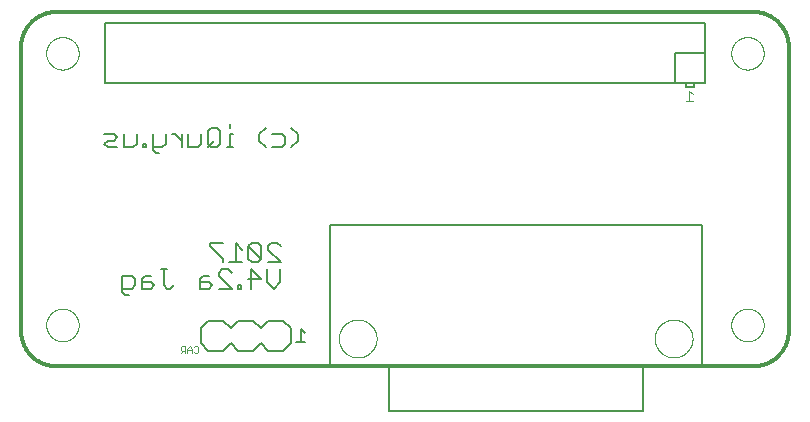
<source format=gbo>
G75*
%MOIN*%
%OFA0B0*%
%FSLAX25Y25*%
%IPPOS*%
%LPD*%
%AMOC8*
5,1,8,0,0,1.08239X$1,22.5*
%
%ADD10C,0.00600*%
%ADD11C,0.01200*%
%ADD12C,0.00500*%
%ADD13C,0.00200*%
%ADD14C,0.00000*%
%ADD15C,0.00400*%
D10*
X0063690Y0032987D02*
X0063690Y0037987D01*
X0066190Y0040487D01*
X0071190Y0040487D01*
X0073690Y0037987D01*
X0076190Y0040487D01*
X0081190Y0040487D01*
X0083690Y0037987D01*
X0086190Y0040487D01*
X0091190Y0040487D01*
X0093690Y0037987D01*
X0093690Y0032987D01*
X0091190Y0030487D01*
X0086190Y0030487D01*
X0083690Y0032987D01*
X0081190Y0030487D01*
X0076190Y0030487D01*
X0073690Y0032987D01*
X0071190Y0030487D01*
X0066190Y0030487D01*
X0063690Y0032987D01*
X0039606Y0048987D02*
X0038539Y0048987D01*
X0037471Y0050054D01*
X0037471Y0055392D01*
X0040674Y0055392D01*
X0041741Y0054324D01*
X0041741Y0052189D01*
X0040674Y0051122D01*
X0037471Y0051122D01*
X0043917Y0051122D02*
X0043917Y0054324D01*
X0044984Y0055392D01*
X0047119Y0055392D01*
X0047119Y0053257D02*
X0043917Y0053257D01*
X0047119Y0053257D02*
X0048187Y0052189D01*
X0047119Y0051122D01*
X0043917Y0051122D01*
X0051430Y0052189D02*
X0052497Y0051122D01*
X0053565Y0051122D01*
X0054632Y0052189D01*
X0051430Y0052189D02*
X0051430Y0057527D01*
X0052497Y0057527D02*
X0050362Y0057527D01*
X0063253Y0054324D02*
X0063253Y0051122D01*
X0066456Y0051122D01*
X0067523Y0052189D01*
X0066456Y0053257D01*
X0063253Y0053257D01*
X0063253Y0054324D02*
X0064321Y0055392D01*
X0066456Y0055392D01*
X0069699Y0055392D02*
X0069699Y0056460D01*
X0070766Y0057527D01*
X0072901Y0057527D01*
X0073969Y0056460D01*
X0069699Y0055392D02*
X0073969Y0051122D01*
X0069699Y0051122D01*
X0076124Y0051122D02*
X0077192Y0051122D01*
X0077192Y0052189D01*
X0076124Y0052189D01*
X0076124Y0051122D01*
X0080434Y0051122D02*
X0080434Y0057527D01*
X0083637Y0054324D01*
X0079367Y0054324D01*
X0085812Y0053257D02*
X0085812Y0057527D01*
X0086004Y0059870D02*
X0090274Y0059870D01*
X0086004Y0064140D01*
X0086004Y0065208D01*
X0087071Y0066275D01*
X0089207Y0066275D01*
X0090274Y0065208D01*
X0083829Y0065208D02*
X0082761Y0066275D01*
X0080626Y0066275D01*
X0079558Y0065208D01*
X0083829Y0060937D01*
X0082761Y0059870D01*
X0080626Y0059870D01*
X0079558Y0060937D01*
X0079558Y0065208D01*
X0077383Y0064140D02*
X0075248Y0066275D01*
X0075248Y0059870D01*
X0077383Y0059870D02*
X0073113Y0059870D01*
X0070938Y0059870D02*
X0070938Y0060937D01*
X0066667Y0065208D01*
X0066667Y0066275D01*
X0070938Y0066275D01*
X0083829Y0065208D02*
X0083829Y0060937D01*
X0090083Y0057527D02*
X0090083Y0053257D01*
X0087948Y0051122D01*
X0085812Y0053257D01*
X0049809Y0096231D02*
X0048741Y0096231D01*
X0047674Y0097298D01*
X0047674Y0102636D01*
X0051944Y0102636D02*
X0051944Y0099433D01*
X0050876Y0098366D01*
X0047674Y0098366D01*
X0045498Y0098366D02*
X0045498Y0099433D01*
X0044431Y0099433D01*
X0044431Y0098366D01*
X0045498Y0098366D01*
X0042276Y0099433D02*
X0041208Y0098366D01*
X0038005Y0098366D01*
X0038005Y0102636D01*
X0035830Y0101569D02*
X0034763Y0102636D01*
X0031560Y0102636D01*
X0032627Y0100501D02*
X0034763Y0100501D01*
X0035830Y0101569D01*
X0032627Y0100501D02*
X0031560Y0099433D01*
X0032627Y0098366D01*
X0035830Y0098366D01*
X0042276Y0099433D02*
X0042276Y0102636D01*
X0054112Y0102636D02*
X0055180Y0102636D01*
X0057315Y0100501D01*
X0057315Y0098366D02*
X0057315Y0102636D01*
X0059490Y0102636D02*
X0059490Y0098366D01*
X0062693Y0098366D01*
X0063761Y0099433D01*
X0063761Y0102636D01*
X0065936Y0103704D02*
X0065936Y0099433D01*
X0067003Y0098366D01*
X0069139Y0098366D01*
X0070206Y0099433D01*
X0070206Y0103704D01*
X0069139Y0104771D01*
X0067003Y0104771D01*
X0065936Y0103704D01*
X0068071Y0100501D02*
X0065936Y0098366D01*
X0072368Y0098366D02*
X0074503Y0098366D01*
X0073436Y0098366D02*
X0073436Y0102636D01*
X0074503Y0102636D01*
X0073436Y0104771D02*
X0073436Y0105839D01*
X0083111Y0102636D02*
X0083111Y0100501D01*
X0085246Y0098366D01*
X0087421Y0098366D02*
X0090624Y0098366D01*
X0091691Y0099433D01*
X0091691Y0101569D01*
X0090624Y0102636D01*
X0087421Y0102636D01*
X0085246Y0104771D02*
X0083111Y0102636D01*
X0093853Y0104771D02*
X0095988Y0102636D01*
X0095988Y0100501D01*
X0093853Y0098366D01*
D11*
X0015580Y0025231D02*
X0247863Y0025231D01*
X0248148Y0025234D01*
X0248434Y0025245D01*
X0248719Y0025262D01*
X0249003Y0025286D01*
X0249287Y0025317D01*
X0249570Y0025355D01*
X0249851Y0025400D01*
X0250132Y0025451D01*
X0250412Y0025509D01*
X0250690Y0025574D01*
X0250966Y0025646D01*
X0251240Y0025724D01*
X0251513Y0025809D01*
X0251783Y0025901D01*
X0252051Y0025999D01*
X0252317Y0026103D01*
X0252580Y0026214D01*
X0252840Y0026331D01*
X0253098Y0026454D01*
X0253352Y0026584D01*
X0253603Y0026720D01*
X0253851Y0026861D01*
X0254095Y0027009D01*
X0254336Y0027162D01*
X0254572Y0027322D01*
X0254805Y0027487D01*
X0255034Y0027657D01*
X0255259Y0027833D01*
X0255479Y0028015D01*
X0255695Y0028201D01*
X0255906Y0028393D01*
X0256113Y0028590D01*
X0256315Y0028792D01*
X0256512Y0028999D01*
X0256704Y0029210D01*
X0256890Y0029426D01*
X0257072Y0029646D01*
X0257248Y0029871D01*
X0257418Y0030100D01*
X0257583Y0030333D01*
X0257743Y0030569D01*
X0257896Y0030810D01*
X0258044Y0031054D01*
X0258185Y0031302D01*
X0258321Y0031553D01*
X0258451Y0031807D01*
X0258574Y0032065D01*
X0258691Y0032325D01*
X0258802Y0032588D01*
X0258906Y0032854D01*
X0259004Y0033122D01*
X0259096Y0033392D01*
X0259181Y0033665D01*
X0259259Y0033939D01*
X0259331Y0034215D01*
X0259396Y0034493D01*
X0259454Y0034773D01*
X0259505Y0035054D01*
X0259550Y0035335D01*
X0259588Y0035618D01*
X0259619Y0035902D01*
X0259643Y0036186D01*
X0259660Y0036471D01*
X0259671Y0036757D01*
X0259674Y0037042D01*
X0259674Y0131530D01*
X0259671Y0131815D01*
X0259660Y0132101D01*
X0259643Y0132386D01*
X0259619Y0132670D01*
X0259588Y0132954D01*
X0259550Y0133237D01*
X0259505Y0133518D01*
X0259454Y0133799D01*
X0259396Y0134079D01*
X0259331Y0134357D01*
X0259259Y0134633D01*
X0259181Y0134907D01*
X0259096Y0135180D01*
X0259004Y0135450D01*
X0258906Y0135718D01*
X0258802Y0135984D01*
X0258691Y0136247D01*
X0258574Y0136507D01*
X0258451Y0136765D01*
X0258321Y0137019D01*
X0258185Y0137270D01*
X0258044Y0137518D01*
X0257896Y0137762D01*
X0257743Y0138003D01*
X0257583Y0138239D01*
X0257418Y0138472D01*
X0257248Y0138701D01*
X0257072Y0138926D01*
X0256890Y0139146D01*
X0256704Y0139362D01*
X0256512Y0139573D01*
X0256315Y0139780D01*
X0256113Y0139982D01*
X0255906Y0140179D01*
X0255695Y0140371D01*
X0255479Y0140557D01*
X0255259Y0140739D01*
X0255034Y0140915D01*
X0254805Y0141085D01*
X0254572Y0141250D01*
X0254336Y0141410D01*
X0254095Y0141563D01*
X0253851Y0141711D01*
X0253603Y0141852D01*
X0253352Y0141988D01*
X0253098Y0142118D01*
X0252840Y0142241D01*
X0252580Y0142358D01*
X0252317Y0142469D01*
X0252051Y0142573D01*
X0251783Y0142671D01*
X0251513Y0142763D01*
X0251240Y0142848D01*
X0250966Y0142926D01*
X0250690Y0142998D01*
X0250412Y0143063D01*
X0250132Y0143121D01*
X0249851Y0143172D01*
X0249570Y0143217D01*
X0249287Y0143255D01*
X0249003Y0143286D01*
X0248719Y0143310D01*
X0248434Y0143327D01*
X0248148Y0143338D01*
X0247863Y0143341D01*
X0015580Y0143341D01*
X0015295Y0143338D01*
X0015009Y0143327D01*
X0014724Y0143310D01*
X0014440Y0143286D01*
X0014156Y0143255D01*
X0013873Y0143217D01*
X0013592Y0143172D01*
X0013311Y0143121D01*
X0013031Y0143063D01*
X0012753Y0142998D01*
X0012477Y0142926D01*
X0012203Y0142848D01*
X0011930Y0142763D01*
X0011660Y0142671D01*
X0011392Y0142573D01*
X0011126Y0142469D01*
X0010863Y0142358D01*
X0010603Y0142241D01*
X0010345Y0142118D01*
X0010091Y0141988D01*
X0009840Y0141852D01*
X0009592Y0141711D01*
X0009348Y0141563D01*
X0009107Y0141410D01*
X0008871Y0141250D01*
X0008638Y0141085D01*
X0008409Y0140915D01*
X0008184Y0140739D01*
X0007964Y0140557D01*
X0007748Y0140371D01*
X0007537Y0140179D01*
X0007330Y0139982D01*
X0007128Y0139780D01*
X0006931Y0139573D01*
X0006739Y0139362D01*
X0006553Y0139146D01*
X0006371Y0138926D01*
X0006195Y0138701D01*
X0006025Y0138472D01*
X0005860Y0138239D01*
X0005700Y0138003D01*
X0005547Y0137762D01*
X0005399Y0137518D01*
X0005258Y0137270D01*
X0005122Y0137019D01*
X0004992Y0136765D01*
X0004869Y0136507D01*
X0004752Y0136247D01*
X0004641Y0135984D01*
X0004537Y0135718D01*
X0004439Y0135450D01*
X0004347Y0135180D01*
X0004262Y0134907D01*
X0004184Y0134633D01*
X0004112Y0134357D01*
X0004047Y0134079D01*
X0003989Y0133799D01*
X0003938Y0133518D01*
X0003893Y0133237D01*
X0003855Y0132954D01*
X0003824Y0132670D01*
X0003800Y0132386D01*
X0003783Y0132101D01*
X0003772Y0131815D01*
X0003769Y0131530D01*
X0003769Y0037042D01*
X0003772Y0036757D01*
X0003783Y0036471D01*
X0003800Y0036186D01*
X0003824Y0035902D01*
X0003855Y0035618D01*
X0003893Y0035335D01*
X0003938Y0035054D01*
X0003989Y0034773D01*
X0004047Y0034493D01*
X0004112Y0034215D01*
X0004184Y0033939D01*
X0004262Y0033665D01*
X0004347Y0033392D01*
X0004439Y0033122D01*
X0004537Y0032854D01*
X0004641Y0032588D01*
X0004752Y0032325D01*
X0004869Y0032065D01*
X0004992Y0031807D01*
X0005122Y0031553D01*
X0005258Y0031302D01*
X0005399Y0031054D01*
X0005547Y0030810D01*
X0005700Y0030569D01*
X0005860Y0030333D01*
X0006025Y0030100D01*
X0006195Y0029871D01*
X0006371Y0029646D01*
X0006553Y0029426D01*
X0006739Y0029210D01*
X0006931Y0028999D01*
X0007128Y0028792D01*
X0007330Y0028590D01*
X0007537Y0028393D01*
X0007748Y0028201D01*
X0007964Y0028015D01*
X0008184Y0027833D01*
X0008409Y0027657D01*
X0008638Y0027487D01*
X0008871Y0027322D01*
X0009107Y0027162D01*
X0009348Y0027009D01*
X0009592Y0026861D01*
X0009840Y0026720D01*
X0010091Y0026584D01*
X0010345Y0026454D01*
X0010603Y0026331D01*
X0010863Y0026214D01*
X0011126Y0026103D01*
X0011392Y0025999D01*
X0011660Y0025901D01*
X0011930Y0025809D01*
X0012203Y0025724D01*
X0012477Y0025646D01*
X0012753Y0025574D01*
X0013031Y0025509D01*
X0013311Y0025451D01*
X0013592Y0025400D01*
X0013873Y0025355D01*
X0014156Y0025317D01*
X0014440Y0025286D01*
X0014724Y0025262D01*
X0015009Y0025245D01*
X0015295Y0025234D01*
X0015580Y0025231D01*
D12*
X0095437Y0033237D02*
X0098440Y0033237D01*
X0096938Y0033237D02*
X0096938Y0037741D01*
X0098440Y0036240D01*
X0106721Y0025231D02*
X0126406Y0025231D01*
X0126406Y0010271D01*
X0211052Y0010271D01*
X0211052Y0025231D01*
X0230737Y0025231D01*
X0230737Y0072475D01*
X0106721Y0072475D01*
X0106721Y0025231D01*
X0031721Y0119562D02*
X0031721Y0139562D01*
X0231721Y0139562D01*
X0231721Y0129562D01*
X0221721Y0129562D01*
X0221721Y0119562D01*
X0031721Y0119562D01*
X0221721Y0119562D02*
X0225471Y0119562D01*
X0225471Y0118312D01*
X0227971Y0118312D01*
X0227971Y0119562D01*
X0225471Y0119562D01*
X0227971Y0119562D02*
X0231721Y0119562D01*
X0231721Y0129562D01*
D13*
X0062881Y0031520D02*
X0062881Y0030053D01*
X0062514Y0029686D01*
X0061780Y0029686D01*
X0061413Y0030053D01*
X0060671Y0029686D02*
X0060671Y0031153D01*
X0059937Y0031887D01*
X0059203Y0031153D01*
X0059203Y0029686D01*
X0058461Y0029686D02*
X0058461Y0031887D01*
X0057360Y0031887D01*
X0056993Y0031520D01*
X0056993Y0030786D01*
X0057360Y0030419D01*
X0058461Y0030419D01*
X0057727Y0030419D02*
X0056993Y0029686D01*
X0059203Y0030786D02*
X0060671Y0030786D01*
X0061413Y0031520D02*
X0061780Y0031887D01*
X0062514Y0031887D01*
X0062881Y0031520D01*
D14*
X0012135Y0039011D02*
X0012137Y0039158D01*
X0012143Y0039304D01*
X0012153Y0039450D01*
X0012167Y0039596D01*
X0012185Y0039742D01*
X0012206Y0039887D01*
X0012232Y0040031D01*
X0012262Y0040175D01*
X0012295Y0040317D01*
X0012332Y0040459D01*
X0012373Y0040600D01*
X0012418Y0040739D01*
X0012467Y0040878D01*
X0012519Y0041015D01*
X0012576Y0041150D01*
X0012635Y0041284D01*
X0012699Y0041416D01*
X0012766Y0041546D01*
X0012836Y0041675D01*
X0012910Y0041802D01*
X0012987Y0041926D01*
X0013068Y0042049D01*
X0013152Y0042169D01*
X0013239Y0042287D01*
X0013329Y0042402D01*
X0013422Y0042515D01*
X0013519Y0042626D01*
X0013618Y0042734D01*
X0013720Y0042839D01*
X0013825Y0042941D01*
X0013933Y0043040D01*
X0014044Y0043137D01*
X0014157Y0043230D01*
X0014272Y0043320D01*
X0014390Y0043407D01*
X0014510Y0043491D01*
X0014633Y0043572D01*
X0014757Y0043649D01*
X0014884Y0043723D01*
X0015013Y0043793D01*
X0015143Y0043860D01*
X0015275Y0043924D01*
X0015409Y0043983D01*
X0015544Y0044040D01*
X0015681Y0044092D01*
X0015820Y0044141D01*
X0015959Y0044186D01*
X0016100Y0044227D01*
X0016242Y0044264D01*
X0016384Y0044297D01*
X0016528Y0044327D01*
X0016672Y0044353D01*
X0016817Y0044374D01*
X0016963Y0044392D01*
X0017109Y0044406D01*
X0017255Y0044416D01*
X0017401Y0044422D01*
X0017548Y0044424D01*
X0017695Y0044422D01*
X0017841Y0044416D01*
X0017987Y0044406D01*
X0018133Y0044392D01*
X0018279Y0044374D01*
X0018424Y0044353D01*
X0018568Y0044327D01*
X0018712Y0044297D01*
X0018854Y0044264D01*
X0018996Y0044227D01*
X0019137Y0044186D01*
X0019276Y0044141D01*
X0019415Y0044092D01*
X0019552Y0044040D01*
X0019687Y0043983D01*
X0019821Y0043924D01*
X0019953Y0043860D01*
X0020083Y0043793D01*
X0020212Y0043723D01*
X0020339Y0043649D01*
X0020463Y0043572D01*
X0020586Y0043491D01*
X0020706Y0043407D01*
X0020824Y0043320D01*
X0020939Y0043230D01*
X0021052Y0043137D01*
X0021163Y0043040D01*
X0021271Y0042941D01*
X0021376Y0042839D01*
X0021478Y0042734D01*
X0021577Y0042626D01*
X0021674Y0042515D01*
X0021767Y0042402D01*
X0021857Y0042287D01*
X0021944Y0042169D01*
X0022028Y0042049D01*
X0022109Y0041926D01*
X0022186Y0041802D01*
X0022260Y0041675D01*
X0022330Y0041546D01*
X0022397Y0041416D01*
X0022461Y0041284D01*
X0022520Y0041150D01*
X0022577Y0041015D01*
X0022629Y0040878D01*
X0022678Y0040739D01*
X0022723Y0040600D01*
X0022764Y0040459D01*
X0022801Y0040317D01*
X0022834Y0040175D01*
X0022864Y0040031D01*
X0022890Y0039887D01*
X0022911Y0039742D01*
X0022929Y0039596D01*
X0022943Y0039450D01*
X0022953Y0039304D01*
X0022959Y0039158D01*
X0022961Y0039011D01*
X0022959Y0038864D01*
X0022953Y0038718D01*
X0022943Y0038572D01*
X0022929Y0038426D01*
X0022911Y0038280D01*
X0022890Y0038135D01*
X0022864Y0037991D01*
X0022834Y0037847D01*
X0022801Y0037705D01*
X0022764Y0037563D01*
X0022723Y0037422D01*
X0022678Y0037283D01*
X0022629Y0037144D01*
X0022577Y0037007D01*
X0022520Y0036872D01*
X0022461Y0036738D01*
X0022397Y0036606D01*
X0022330Y0036476D01*
X0022260Y0036347D01*
X0022186Y0036220D01*
X0022109Y0036096D01*
X0022028Y0035973D01*
X0021944Y0035853D01*
X0021857Y0035735D01*
X0021767Y0035620D01*
X0021674Y0035507D01*
X0021577Y0035396D01*
X0021478Y0035288D01*
X0021376Y0035183D01*
X0021271Y0035081D01*
X0021163Y0034982D01*
X0021052Y0034885D01*
X0020939Y0034792D01*
X0020824Y0034702D01*
X0020706Y0034615D01*
X0020586Y0034531D01*
X0020463Y0034450D01*
X0020339Y0034373D01*
X0020212Y0034299D01*
X0020083Y0034229D01*
X0019953Y0034162D01*
X0019821Y0034098D01*
X0019687Y0034039D01*
X0019552Y0033982D01*
X0019415Y0033930D01*
X0019276Y0033881D01*
X0019137Y0033836D01*
X0018996Y0033795D01*
X0018854Y0033758D01*
X0018712Y0033725D01*
X0018568Y0033695D01*
X0018424Y0033669D01*
X0018279Y0033648D01*
X0018133Y0033630D01*
X0017987Y0033616D01*
X0017841Y0033606D01*
X0017695Y0033600D01*
X0017548Y0033598D01*
X0017401Y0033600D01*
X0017255Y0033606D01*
X0017109Y0033616D01*
X0016963Y0033630D01*
X0016817Y0033648D01*
X0016672Y0033669D01*
X0016528Y0033695D01*
X0016384Y0033725D01*
X0016242Y0033758D01*
X0016100Y0033795D01*
X0015959Y0033836D01*
X0015820Y0033881D01*
X0015681Y0033930D01*
X0015544Y0033982D01*
X0015409Y0034039D01*
X0015275Y0034098D01*
X0015143Y0034162D01*
X0015013Y0034229D01*
X0014884Y0034299D01*
X0014757Y0034373D01*
X0014633Y0034450D01*
X0014510Y0034531D01*
X0014390Y0034615D01*
X0014272Y0034702D01*
X0014157Y0034792D01*
X0014044Y0034885D01*
X0013933Y0034982D01*
X0013825Y0035081D01*
X0013720Y0035183D01*
X0013618Y0035288D01*
X0013519Y0035396D01*
X0013422Y0035507D01*
X0013329Y0035620D01*
X0013239Y0035735D01*
X0013152Y0035853D01*
X0013068Y0035973D01*
X0012987Y0036096D01*
X0012910Y0036220D01*
X0012836Y0036347D01*
X0012766Y0036476D01*
X0012699Y0036606D01*
X0012635Y0036738D01*
X0012576Y0036872D01*
X0012519Y0037007D01*
X0012467Y0037144D01*
X0012418Y0037283D01*
X0012373Y0037422D01*
X0012332Y0037563D01*
X0012295Y0037705D01*
X0012262Y0037847D01*
X0012232Y0037991D01*
X0012206Y0038135D01*
X0012185Y0038280D01*
X0012167Y0038426D01*
X0012153Y0038572D01*
X0012143Y0038718D01*
X0012137Y0038864D01*
X0012135Y0039011D01*
X0109674Y0034483D02*
X0109676Y0034641D01*
X0109682Y0034799D01*
X0109692Y0034957D01*
X0109706Y0035115D01*
X0109724Y0035272D01*
X0109745Y0035429D01*
X0109771Y0035585D01*
X0109801Y0035741D01*
X0109834Y0035896D01*
X0109872Y0036049D01*
X0109913Y0036202D01*
X0109958Y0036354D01*
X0110007Y0036505D01*
X0110060Y0036654D01*
X0110116Y0036802D01*
X0110176Y0036948D01*
X0110240Y0037093D01*
X0110308Y0037236D01*
X0110379Y0037378D01*
X0110453Y0037518D01*
X0110531Y0037655D01*
X0110613Y0037791D01*
X0110697Y0037925D01*
X0110786Y0038056D01*
X0110877Y0038185D01*
X0110972Y0038312D01*
X0111069Y0038437D01*
X0111170Y0038559D01*
X0111274Y0038678D01*
X0111381Y0038795D01*
X0111491Y0038909D01*
X0111604Y0039020D01*
X0111719Y0039129D01*
X0111837Y0039234D01*
X0111958Y0039336D01*
X0112081Y0039436D01*
X0112207Y0039532D01*
X0112335Y0039625D01*
X0112465Y0039715D01*
X0112598Y0039801D01*
X0112733Y0039885D01*
X0112869Y0039964D01*
X0113008Y0040041D01*
X0113149Y0040113D01*
X0113291Y0040183D01*
X0113435Y0040248D01*
X0113581Y0040310D01*
X0113728Y0040368D01*
X0113877Y0040423D01*
X0114027Y0040474D01*
X0114178Y0040521D01*
X0114330Y0040564D01*
X0114483Y0040603D01*
X0114638Y0040639D01*
X0114793Y0040670D01*
X0114949Y0040698D01*
X0115105Y0040722D01*
X0115262Y0040742D01*
X0115420Y0040758D01*
X0115577Y0040770D01*
X0115736Y0040778D01*
X0115894Y0040782D01*
X0116052Y0040782D01*
X0116210Y0040778D01*
X0116369Y0040770D01*
X0116526Y0040758D01*
X0116684Y0040742D01*
X0116841Y0040722D01*
X0116997Y0040698D01*
X0117153Y0040670D01*
X0117308Y0040639D01*
X0117463Y0040603D01*
X0117616Y0040564D01*
X0117768Y0040521D01*
X0117919Y0040474D01*
X0118069Y0040423D01*
X0118218Y0040368D01*
X0118365Y0040310D01*
X0118511Y0040248D01*
X0118655Y0040183D01*
X0118797Y0040113D01*
X0118938Y0040041D01*
X0119077Y0039964D01*
X0119213Y0039885D01*
X0119348Y0039801D01*
X0119481Y0039715D01*
X0119611Y0039625D01*
X0119739Y0039532D01*
X0119865Y0039436D01*
X0119988Y0039336D01*
X0120109Y0039234D01*
X0120227Y0039129D01*
X0120342Y0039020D01*
X0120455Y0038909D01*
X0120565Y0038795D01*
X0120672Y0038678D01*
X0120776Y0038559D01*
X0120877Y0038437D01*
X0120974Y0038312D01*
X0121069Y0038185D01*
X0121160Y0038056D01*
X0121249Y0037925D01*
X0121333Y0037791D01*
X0121415Y0037655D01*
X0121493Y0037518D01*
X0121567Y0037378D01*
X0121638Y0037236D01*
X0121706Y0037093D01*
X0121770Y0036948D01*
X0121830Y0036802D01*
X0121886Y0036654D01*
X0121939Y0036505D01*
X0121988Y0036354D01*
X0122033Y0036202D01*
X0122074Y0036049D01*
X0122112Y0035896D01*
X0122145Y0035741D01*
X0122175Y0035585D01*
X0122201Y0035429D01*
X0122222Y0035272D01*
X0122240Y0035115D01*
X0122254Y0034957D01*
X0122264Y0034799D01*
X0122270Y0034641D01*
X0122272Y0034483D01*
X0122270Y0034325D01*
X0122264Y0034167D01*
X0122254Y0034009D01*
X0122240Y0033851D01*
X0122222Y0033694D01*
X0122201Y0033537D01*
X0122175Y0033381D01*
X0122145Y0033225D01*
X0122112Y0033070D01*
X0122074Y0032917D01*
X0122033Y0032764D01*
X0121988Y0032612D01*
X0121939Y0032461D01*
X0121886Y0032312D01*
X0121830Y0032164D01*
X0121770Y0032018D01*
X0121706Y0031873D01*
X0121638Y0031730D01*
X0121567Y0031588D01*
X0121493Y0031448D01*
X0121415Y0031311D01*
X0121333Y0031175D01*
X0121249Y0031041D01*
X0121160Y0030910D01*
X0121069Y0030781D01*
X0120974Y0030654D01*
X0120877Y0030529D01*
X0120776Y0030407D01*
X0120672Y0030288D01*
X0120565Y0030171D01*
X0120455Y0030057D01*
X0120342Y0029946D01*
X0120227Y0029837D01*
X0120109Y0029732D01*
X0119988Y0029630D01*
X0119865Y0029530D01*
X0119739Y0029434D01*
X0119611Y0029341D01*
X0119481Y0029251D01*
X0119348Y0029165D01*
X0119213Y0029081D01*
X0119077Y0029002D01*
X0118938Y0028925D01*
X0118797Y0028853D01*
X0118655Y0028783D01*
X0118511Y0028718D01*
X0118365Y0028656D01*
X0118218Y0028598D01*
X0118069Y0028543D01*
X0117919Y0028492D01*
X0117768Y0028445D01*
X0117616Y0028402D01*
X0117463Y0028363D01*
X0117308Y0028327D01*
X0117153Y0028296D01*
X0116997Y0028268D01*
X0116841Y0028244D01*
X0116684Y0028224D01*
X0116526Y0028208D01*
X0116369Y0028196D01*
X0116210Y0028188D01*
X0116052Y0028184D01*
X0115894Y0028184D01*
X0115736Y0028188D01*
X0115577Y0028196D01*
X0115420Y0028208D01*
X0115262Y0028224D01*
X0115105Y0028244D01*
X0114949Y0028268D01*
X0114793Y0028296D01*
X0114638Y0028327D01*
X0114483Y0028363D01*
X0114330Y0028402D01*
X0114178Y0028445D01*
X0114027Y0028492D01*
X0113877Y0028543D01*
X0113728Y0028598D01*
X0113581Y0028656D01*
X0113435Y0028718D01*
X0113291Y0028783D01*
X0113149Y0028853D01*
X0113008Y0028925D01*
X0112869Y0029002D01*
X0112733Y0029081D01*
X0112598Y0029165D01*
X0112465Y0029251D01*
X0112335Y0029341D01*
X0112207Y0029434D01*
X0112081Y0029530D01*
X0111958Y0029630D01*
X0111837Y0029732D01*
X0111719Y0029837D01*
X0111604Y0029946D01*
X0111491Y0030057D01*
X0111381Y0030171D01*
X0111274Y0030288D01*
X0111170Y0030407D01*
X0111069Y0030529D01*
X0110972Y0030654D01*
X0110877Y0030781D01*
X0110786Y0030910D01*
X0110697Y0031041D01*
X0110613Y0031175D01*
X0110531Y0031311D01*
X0110453Y0031448D01*
X0110379Y0031588D01*
X0110308Y0031730D01*
X0110240Y0031873D01*
X0110176Y0032018D01*
X0110116Y0032164D01*
X0110060Y0032312D01*
X0110007Y0032461D01*
X0109958Y0032612D01*
X0109913Y0032764D01*
X0109872Y0032917D01*
X0109834Y0033070D01*
X0109801Y0033225D01*
X0109771Y0033381D01*
X0109745Y0033537D01*
X0109724Y0033694D01*
X0109706Y0033851D01*
X0109692Y0034009D01*
X0109682Y0034167D01*
X0109676Y0034325D01*
X0109674Y0034483D01*
X0214989Y0034483D02*
X0214991Y0034641D01*
X0214997Y0034799D01*
X0215007Y0034957D01*
X0215021Y0035115D01*
X0215039Y0035272D01*
X0215060Y0035429D01*
X0215086Y0035585D01*
X0215116Y0035741D01*
X0215149Y0035896D01*
X0215187Y0036049D01*
X0215228Y0036202D01*
X0215273Y0036354D01*
X0215322Y0036505D01*
X0215375Y0036654D01*
X0215431Y0036802D01*
X0215491Y0036948D01*
X0215555Y0037093D01*
X0215623Y0037236D01*
X0215694Y0037378D01*
X0215768Y0037518D01*
X0215846Y0037655D01*
X0215928Y0037791D01*
X0216012Y0037925D01*
X0216101Y0038056D01*
X0216192Y0038185D01*
X0216287Y0038312D01*
X0216384Y0038437D01*
X0216485Y0038559D01*
X0216589Y0038678D01*
X0216696Y0038795D01*
X0216806Y0038909D01*
X0216919Y0039020D01*
X0217034Y0039129D01*
X0217152Y0039234D01*
X0217273Y0039336D01*
X0217396Y0039436D01*
X0217522Y0039532D01*
X0217650Y0039625D01*
X0217780Y0039715D01*
X0217913Y0039801D01*
X0218048Y0039885D01*
X0218184Y0039964D01*
X0218323Y0040041D01*
X0218464Y0040113D01*
X0218606Y0040183D01*
X0218750Y0040248D01*
X0218896Y0040310D01*
X0219043Y0040368D01*
X0219192Y0040423D01*
X0219342Y0040474D01*
X0219493Y0040521D01*
X0219645Y0040564D01*
X0219798Y0040603D01*
X0219953Y0040639D01*
X0220108Y0040670D01*
X0220264Y0040698D01*
X0220420Y0040722D01*
X0220577Y0040742D01*
X0220735Y0040758D01*
X0220892Y0040770D01*
X0221051Y0040778D01*
X0221209Y0040782D01*
X0221367Y0040782D01*
X0221525Y0040778D01*
X0221684Y0040770D01*
X0221841Y0040758D01*
X0221999Y0040742D01*
X0222156Y0040722D01*
X0222312Y0040698D01*
X0222468Y0040670D01*
X0222623Y0040639D01*
X0222778Y0040603D01*
X0222931Y0040564D01*
X0223083Y0040521D01*
X0223234Y0040474D01*
X0223384Y0040423D01*
X0223533Y0040368D01*
X0223680Y0040310D01*
X0223826Y0040248D01*
X0223970Y0040183D01*
X0224112Y0040113D01*
X0224253Y0040041D01*
X0224392Y0039964D01*
X0224528Y0039885D01*
X0224663Y0039801D01*
X0224796Y0039715D01*
X0224926Y0039625D01*
X0225054Y0039532D01*
X0225180Y0039436D01*
X0225303Y0039336D01*
X0225424Y0039234D01*
X0225542Y0039129D01*
X0225657Y0039020D01*
X0225770Y0038909D01*
X0225880Y0038795D01*
X0225987Y0038678D01*
X0226091Y0038559D01*
X0226192Y0038437D01*
X0226289Y0038312D01*
X0226384Y0038185D01*
X0226475Y0038056D01*
X0226564Y0037925D01*
X0226648Y0037791D01*
X0226730Y0037655D01*
X0226808Y0037518D01*
X0226882Y0037378D01*
X0226953Y0037236D01*
X0227021Y0037093D01*
X0227085Y0036948D01*
X0227145Y0036802D01*
X0227201Y0036654D01*
X0227254Y0036505D01*
X0227303Y0036354D01*
X0227348Y0036202D01*
X0227389Y0036049D01*
X0227427Y0035896D01*
X0227460Y0035741D01*
X0227490Y0035585D01*
X0227516Y0035429D01*
X0227537Y0035272D01*
X0227555Y0035115D01*
X0227569Y0034957D01*
X0227579Y0034799D01*
X0227585Y0034641D01*
X0227587Y0034483D01*
X0227585Y0034325D01*
X0227579Y0034167D01*
X0227569Y0034009D01*
X0227555Y0033851D01*
X0227537Y0033694D01*
X0227516Y0033537D01*
X0227490Y0033381D01*
X0227460Y0033225D01*
X0227427Y0033070D01*
X0227389Y0032917D01*
X0227348Y0032764D01*
X0227303Y0032612D01*
X0227254Y0032461D01*
X0227201Y0032312D01*
X0227145Y0032164D01*
X0227085Y0032018D01*
X0227021Y0031873D01*
X0226953Y0031730D01*
X0226882Y0031588D01*
X0226808Y0031448D01*
X0226730Y0031311D01*
X0226648Y0031175D01*
X0226564Y0031041D01*
X0226475Y0030910D01*
X0226384Y0030781D01*
X0226289Y0030654D01*
X0226192Y0030529D01*
X0226091Y0030407D01*
X0225987Y0030288D01*
X0225880Y0030171D01*
X0225770Y0030057D01*
X0225657Y0029946D01*
X0225542Y0029837D01*
X0225424Y0029732D01*
X0225303Y0029630D01*
X0225180Y0029530D01*
X0225054Y0029434D01*
X0224926Y0029341D01*
X0224796Y0029251D01*
X0224663Y0029165D01*
X0224528Y0029081D01*
X0224392Y0029002D01*
X0224253Y0028925D01*
X0224112Y0028853D01*
X0223970Y0028783D01*
X0223826Y0028718D01*
X0223680Y0028656D01*
X0223533Y0028598D01*
X0223384Y0028543D01*
X0223234Y0028492D01*
X0223083Y0028445D01*
X0222931Y0028402D01*
X0222778Y0028363D01*
X0222623Y0028327D01*
X0222468Y0028296D01*
X0222312Y0028268D01*
X0222156Y0028244D01*
X0221999Y0028224D01*
X0221841Y0028208D01*
X0221684Y0028196D01*
X0221525Y0028188D01*
X0221367Y0028184D01*
X0221209Y0028184D01*
X0221051Y0028188D01*
X0220892Y0028196D01*
X0220735Y0028208D01*
X0220577Y0028224D01*
X0220420Y0028244D01*
X0220264Y0028268D01*
X0220108Y0028296D01*
X0219953Y0028327D01*
X0219798Y0028363D01*
X0219645Y0028402D01*
X0219493Y0028445D01*
X0219342Y0028492D01*
X0219192Y0028543D01*
X0219043Y0028598D01*
X0218896Y0028656D01*
X0218750Y0028718D01*
X0218606Y0028783D01*
X0218464Y0028853D01*
X0218323Y0028925D01*
X0218184Y0029002D01*
X0218048Y0029081D01*
X0217913Y0029165D01*
X0217780Y0029251D01*
X0217650Y0029341D01*
X0217522Y0029434D01*
X0217396Y0029530D01*
X0217273Y0029630D01*
X0217152Y0029732D01*
X0217034Y0029837D01*
X0216919Y0029946D01*
X0216806Y0030057D01*
X0216696Y0030171D01*
X0216589Y0030288D01*
X0216485Y0030407D01*
X0216384Y0030529D01*
X0216287Y0030654D01*
X0216192Y0030781D01*
X0216101Y0030910D01*
X0216012Y0031041D01*
X0215928Y0031175D01*
X0215846Y0031311D01*
X0215768Y0031448D01*
X0215694Y0031588D01*
X0215623Y0031730D01*
X0215555Y0031873D01*
X0215491Y0032018D01*
X0215431Y0032164D01*
X0215375Y0032312D01*
X0215322Y0032461D01*
X0215273Y0032612D01*
X0215228Y0032764D01*
X0215187Y0032917D01*
X0215149Y0033070D01*
X0215116Y0033225D01*
X0215086Y0033381D01*
X0215060Y0033537D01*
X0215039Y0033694D01*
X0215021Y0033851D01*
X0215007Y0034009D01*
X0214997Y0034167D01*
X0214991Y0034325D01*
X0214989Y0034483D01*
X0240481Y0039011D02*
X0240483Y0039158D01*
X0240489Y0039304D01*
X0240499Y0039450D01*
X0240513Y0039596D01*
X0240531Y0039742D01*
X0240552Y0039887D01*
X0240578Y0040031D01*
X0240608Y0040175D01*
X0240641Y0040317D01*
X0240678Y0040459D01*
X0240719Y0040600D01*
X0240764Y0040739D01*
X0240813Y0040878D01*
X0240865Y0041015D01*
X0240922Y0041150D01*
X0240981Y0041284D01*
X0241045Y0041416D01*
X0241112Y0041546D01*
X0241182Y0041675D01*
X0241256Y0041802D01*
X0241333Y0041926D01*
X0241414Y0042049D01*
X0241498Y0042169D01*
X0241585Y0042287D01*
X0241675Y0042402D01*
X0241768Y0042515D01*
X0241865Y0042626D01*
X0241964Y0042734D01*
X0242066Y0042839D01*
X0242171Y0042941D01*
X0242279Y0043040D01*
X0242390Y0043137D01*
X0242503Y0043230D01*
X0242618Y0043320D01*
X0242736Y0043407D01*
X0242856Y0043491D01*
X0242979Y0043572D01*
X0243103Y0043649D01*
X0243230Y0043723D01*
X0243359Y0043793D01*
X0243489Y0043860D01*
X0243621Y0043924D01*
X0243755Y0043983D01*
X0243890Y0044040D01*
X0244027Y0044092D01*
X0244166Y0044141D01*
X0244305Y0044186D01*
X0244446Y0044227D01*
X0244588Y0044264D01*
X0244730Y0044297D01*
X0244874Y0044327D01*
X0245018Y0044353D01*
X0245163Y0044374D01*
X0245309Y0044392D01*
X0245455Y0044406D01*
X0245601Y0044416D01*
X0245747Y0044422D01*
X0245894Y0044424D01*
X0246041Y0044422D01*
X0246187Y0044416D01*
X0246333Y0044406D01*
X0246479Y0044392D01*
X0246625Y0044374D01*
X0246770Y0044353D01*
X0246914Y0044327D01*
X0247058Y0044297D01*
X0247200Y0044264D01*
X0247342Y0044227D01*
X0247483Y0044186D01*
X0247622Y0044141D01*
X0247761Y0044092D01*
X0247898Y0044040D01*
X0248033Y0043983D01*
X0248167Y0043924D01*
X0248299Y0043860D01*
X0248429Y0043793D01*
X0248558Y0043723D01*
X0248685Y0043649D01*
X0248809Y0043572D01*
X0248932Y0043491D01*
X0249052Y0043407D01*
X0249170Y0043320D01*
X0249285Y0043230D01*
X0249398Y0043137D01*
X0249509Y0043040D01*
X0249617Y0042941D01*
X0249722Y0042839D01*
X0249824Y0042734D01*
X0249923Y0042626D01*
X0250020Y0042515D01*
X0250113Y0042402D01*
X0250203Y0042287D01*
X0250290Y0042169D01*
X0250374Y0042049D01*
X0250455Y0041926D01*
X0250532Y0041802D01*
X0250606Y0041675D01*
X0250676Y0041546D01*
X0250743Y0041416D01*
X0250807Y0041284D01*
X0250866Y0041150D01*
X0250923Y0041015D01*
X0250975Y0040878D01*
X0251024Y0040739D01*
X0251069Y0040600D01*
X0251110Y0040459D01*
X0251147Y0040317D01*
X0251180Y0040175D01*
X0251210Y0040031D01*
X0251236Y0039887D01*
X0251257Y0039742D01*
X0251275Y0039596D01*
X0251289Y0039450D01*
X0251299Y0039304D01*
X0251305Y0039158D01*
X0251307Y0039011D01*
X0251305Y0038864D01*
X0251299Y0038718D01*
X0251289Y0038572D01*
X0251275Y0038426D01*
X0251257Y0038280D01*
X0251236Y0038135D01*
X0251210Y0037991D01*
X0251180Y0037847D01*
X0251147Y0037705D01*
X0251110Y0037563D01*
X0251069Y0037422D01*
X0251024Y0037283D01*
X0250975Y0037144D01*
X0250923Y0037007D01*
X0250866Y0036872D01*
X0250807Y0036738D01*
X0250743Y0036606D01*
X0250676Y0036476D01*
X0250606Y0036347D01*
X0250532Y0036220D01*
X0250455Y0036096D01*
X0250374Y0035973D01*
X0250290Y0035853D01*
X0250203Y0035735D01*
X0250113Y0035620D01*
X0250020Y0035507D01*
X0249923Y0035396D01*
X0249824Y0035288D01*
X0249722Y0035183D01*
X0249617Y0035081D01*
X0249509Y0034982D01*
X0249398Y0034885D01*
X0249285Y0034792D01*
X0249170Y0034702D01*
X0249052Y0034615D01*
X0248932Y0034531D01*
X0248809Y0034450D01*
X0248685Y0034373D01*
X0248558Y0034299D01*
X0248429Y0034229D01*
X0248299Y0034162D01*
X0248167Y0034098D01*
X0248033Y0034039D01*
X0247898Y0033982D01*
X0247761Y0033930D01*
X0247622Y0033881D01*
X0247483Y0033836D01*
X0247342Y0033795D01*
X0247200Y0033758D01*
X0247058Y0033725D01*
X0246914Y0033695D01*
X0246770Y0033669D01*
X0246625Y0033648D01*
X0246479Y0033630D01*
X0246333Y0033616D01*
X0246187Y0033606D01*
X0246041Y0033600D01*
X0245894Y0033598D01*
X0245747Y0033600D01*
X0245601Y0033606D01*
X0245455Y0033616D01*
X0245309Y0033630D01*
X0245163Y0033648D01*
X0245018Y0033669D01*
X0244874Y0033695D01*
X0244730Y0033725D01*
X0244588Y0033758D01*
X0244446Y0033795D01*
X0244305Y0033836D01*
X0244166Y0033881D01*
X0244027Y0033930D01*
X0243890Y0033982D01*
X0243755Y0034039D01*
X0243621Y0034098D01*
X0243489Y0034162D01*
X0243359Y0034229D01*
X0243230Y0034299D01*
X0243103Y0034373D01*
X0242979Y0034450D01*
X0242856Y0034531D01*
X0242736Y0034615D01*
X0242618Y0034702D01*
X0242503Y0034792D01*
X0242390Y0034885D01*
X0242279Y0034982D01*
X0242171Y0035081D01*
X0242066Y0035183D01*
X0241964Y0035288D01*
X0241865Y0035396D01*
X0241768Y0035507D01*
X0241675Y0035620D01*
X0241585Y0035735D01*
X0241498Y0035853D01*
X0241414Y0035973D01*
X0241333Y0036096D01*
X0241256Y0036220D01*
X0241182Y0036347D01*
X0241112Y0036476D01*
X0241045Y0036606D01*
X0240981Y0036738D01*
X0240922Y0036872D01*
X0240865Y0037007D01*
X0240813Y0037144D01*
X0240764Y0037283D01*
X0240719Y0037422D01*
X0240678Y0037563D01*
X0240641Y0037705D01*
X0240608Y0037847D01*
X0240578Y0037991D01*
X0240552Y0038135D01*
X0240531Y0038280D01*
X0240513Y0038426D01*
X0240499Y0038572D01*
X0240489Y0038718D01*
X0240483Y0038864D01*
X0240481Y0039011D01*
X0240481Y0129562D02*
X0240483Y0129709D01*
X0240489Y0129855D01*
X0240499Y0130001D01*
X0240513Y0130147D01*
X0240531Y0130293D01*
X0240552Y0130438D01*
X0240578Y0130582D01*
X0240608Y0130726D01*
X0240641Y0130868D01*
X0240678Y0131010D01*
X0240719Y0131151D01*
X0240764Y0131290D01*
X0240813Y0131429D01*
X0240865Y0131566D01*
X0240922Y0131701D01*
X0240981Y0131835D01*
X0241045Y0131967D01*
X0241112Y0132097D01*
X0241182Y0132226D01*
X0241256Y0132353D01*
X0241333Y0132477D01*
X0241414Y0132600D01*
X0241498Y0132720D01*
X0241585Y0132838D01*
X0241675Y0132953D01*
X0241768Y0133066D01*
X0241865Y0133177D01*
X0241964Y0133285D01*
X0242066Y0133390D01*
X0242171Y0133492D01*
X0242279Y0133591D01*
X0242390Y0133688D01*
X0242503Y0133781D01*
X0242618Y0133871D01*
X0242736Y0133958D01*
X0242856Y0134042D01*
X0242979Y0134123D01*
X0243103Y0134200D01*
X0243230Y0134274D01*
X0243359Y0134344D01*
X0243489Y0134411D01*
X0243621Y0134475D01*
X0243755Y0134534D01*
X0243890Y0134591D01*
X0244027Y0134643D01*
X0244166Y0134692D01*
X0244305Y0134737D01*
X0244446Y0134778D01*
X0244588Y0134815D01*
X0244730Y0134848D01*
X0244874Y0134878D01*
X0245018Y0134904D01*
X0245163Y0134925D01*
X0245309Y0134943D01*
X0245455Y0134957D01*
X0245601Y0134967D01*
X0245747Y0134973D01*
X0245894Y0134975D01*
X0246041Y0134973D01*
X0246187Y0134967D01*
X0246333Y0134957D01*
X0246479Y0134943D01*
X0246625Y0134925D01*
X0246770Y0134904D01*
X0246914Y0134878D01*
X0247058Y0134848D01*
X0247200Y0134815D01*
X0247342Y0134778D01*
X0247483Y0134737D01*
X0247622Y0134692D01*
X0247761Y0134643D01*
X0247898Y0134591D01*
X0248033Y0134534D01*
X0248167Y0134475D01*
X0248299Y0134411D01*
X0248429Y0134344D01*
X0248558Y0134274D01*
X0248685Y0134200D01*
X0248809Y0134123D01*
X0248932Y0134042D01*
X0249052Y0133958D01*
X0249170Y0133871D01*
X0249285Y0133781D01*
X0249398Y0133688D01*
X0249509Y0133591D01*
X0249617Y0133492D01*
X0249722Y0133390D01*
X0249824Y0133285D01*
X0249923Y0133177D01*
X0250020Y0133066D01*
X0250113Y0132953D01*
X0250203Y0132838D01*
X0250290Y0132720D01*
X0250374Y0132600D01*
X0250455Y0132477D01*
X0250532Y0132353D01*
X0250606Y0132226D01*
X0250676Y0132097D01*
X0250743Y0131967D01*
X0250807Y0131835D01*
X0250866Y0131701D01*
X0250923Y0131566D01*
X0250975Y0131429D01*
X0251024Y0131290D01*
X0251069Y0131151D01*
X0251110Y0131010D01*
X0251147Y0130868D01*
X0251180Y0130726D01*
X0251210Y0130582D01*
X0251236Y0130438D01*
X0251257Y0130293D01*
X0251275Y0130147D01*
X0251289Y0130001D01*
X0251299Y0129855D01*
X0251305Y0129709D01*
X0251307Y0129562D01*
X0251305Y0129415D01*
X0251299Y0129269D01*
X0251289Y0129123D01*
X0251275Y0128977D01*
X0251257Y0128831D01*
X0251236Y0128686D01*
X0251210Y0128542D01*
X0251180Y0128398D01*
X0251147Y0128256D01*
X0251110Y0128114D01*
X0251069Y0127973D01*
X0251024Y0127834D01*
X0250975Y0127695D01*
X0250923Y0127558D01*
X0250866Y0127423D01*
X0250807Y0127289D01*
X0250743Y0127157D01*
X0250676Y0127027D01*
X0250606Y0126898D01*
X0250532Y0126771D01*
X0250455Y0126647D01*
X0250374Y0126524D01*
X0250290Y0126404D01*
X0250203Y0126286D01*
X0250113Y0126171D01*
X0250020Y0126058D01*
X0249923Y0125947D01*
X0249824Y0125839D01*
X0249722Y0125734D01*
X0249617Y0125632D01*
X0249509Y0125533D01*
X0249398Y0125436D01*
X0249285Y0125343D01*
X0249170Y0125253D01*
X0249052Y0125166D01*
X0248932Y0125082D01*
X0248809Y0125001D01*
X0248685Y0124924D01*
X0248558Y0124850D01*
X0248429Y0124780D01*
X0248299Y0124713D01*
X0248167Y0124649D01*
X0248033Y0124590D01*
X0247898Y0124533D01*
X0247761Y0124481D01*
X0247622Y0124432D01*
X0247483Y0124387D01*
X0247342Y0124346D01*
X0247200Y0124309D01*
X0247058Y0124276D01*
X0246914Y0124246D01*
X0246770Y0124220D01*
X0246625Y0124199D01*
X0246479Y0124181D01*
X0246333Y0124167D01*
X0246187Y0124157D01*
X0246041Y0124151D01*
X0245894Y0124149D01*
X0245747Y0124151D01*
X0245601Y0124157D01*
X0245455Y0124167D01*
X0245309Y0124181D01*
X0245163Y0124199D01*
X0245018Y0124220D01*
X0244874Y0124246D01*
X0244730Y0124276D01*
X0244588Y0124309D01*
X0244446Y0124346D01*
X0244305Y0124387D01*
X0244166Y0124432D01*
X0244027Y0124481D01*
X0243890Y0124533D01*
X0243755Y0124590D01*
X0243621Y0124649D01*
X0243489Y0124713D01*
X0243359Y0124780D01*
X0243230Y0124850D01*
X0243103Y0124924D01*
X0242979Y0125001D01*
X0242856Y0125082D01*
X0242736Y0125166D01*
X0242618Y0125253D01*
X0242503Y0125343D01*
X0242390Y0125436D01*
X0242279Y0125533D01*
X0242171Y0125632D01*
X0242066Y0125734D01*
X0241964Y0125839D01*
X0241865Y0125947D01*
X0241768Y0126058D01*
X0241675Y0126171D01*
X0241585Y0126286D01*
X0241498Y0126404D01*
X0241414Y0126524D01*
X0241333Y0126647D01*
X0241256Y0126771D01*
X0241182Y0126898D01*
X0241112Y0127027D01*
X0241045Y0127157D01*
X0240981Y0127289D01*
X0240922Y0127423D01*
X0240865Y0127558D01*
X0240813Y0127695D01*
X0240764Y0127834D01*
X0240719Y0127973D01*
X0240678Y0128114D01*
X0240641Y0128256D01*
X0240608Y0128398D01*
X0240578Y0128542D01*
X0240552Y0128686D01*
X0240531Y0128831D01*
X0240513Y0128977D01*
X0240499Y0129123D01*
X0240489Y0129269D01*
X0240483Y0129415D01*
X0240481Y0129562D01*
X0012135Y0129562D02*
X0012137Y0129709D01*
X0012143Y0129855D01*
X0012153Y0130001D01*
X0012167Y0130147D01*
X0012185Y0130293D01*
X0012206Y0130438D01*
X0012232Y0130582D01*
X0012262Y0130726D01*
X0012295Y0130868D01*
X0012332Y0131010D01*
X0012373Y0131151D01*
X0012418Y0131290D01*
X0012467Y0131429D01*
X0012519Y0131566D01*
X0012576Y0131701D01*
X0012635Y0131835D01*
X0012699Y0131967D01*
X0012766Y0132097D01*
X0012836Y0132226D01*
X0012910Y0132353D01*
X0012987Y0132477D01*
X0013068Y0132600D01*
X0013152Y0132720D01*
X0013239Y0132838D01*
X0013329Y0132953D01*
X0013422Y0133066D01*
X0013519Y0133177D01*
X0013618Y0133285D01*
X0013720Y0133390D01*
X0013825Y0133492D01*
X0013933Y0133591D01*
X0014044Y0133688D01*
X0014157Y0133781D01*
X0014272Y0133871D01*
X0014390Y0133958D01*
X0014510Y0134042D01*
X0014633Y0134123D01*
X0014757Y0134200D01*
X0014884Y0134274D01*
X0015013Y0134344D01*
X0015143Y0134411D01*
X0015275Y0134475D01*
X0015409Y0134534D01*
X0015544Y0134591D01*
X0015681Y0134643D01*
X0015820Y0134692D01*
X0015959Y0134737D01*
X0016100Y0134778D01*
X0016242Y0134815D01*
X0016384Y0134848D01*
X0016528Y0134878D01*
X0016672Y0134904D01*
X0016817Y0134925D01*
X0016963Y0134943D01*
X0017109Y0134957D01*
X0017255Y0134967D01*
X0017401Y0134973D01*
X0017548Y0134975D01*
X0017695Y0134973D01*
X0017841Y0134967D01*
X0017987Y0134957D01*
X0018133Y0134943D01*
X0018279Y0134925D01*
X0018424Y0134904D01*
X0018568Y0134878D01*
X0018712Y0134848D01*
X0018854Y0134815D01*
X0018996Y0134778D01*
X0019137Y0134737D01*
X0019276Y0134692D01*
X0019415Y0134643D01*
X0019552Y0134591D01*
X0019687Y0134534D01*
X0019821Y0134475D01*
X0019953Y0134411D01*
X0020083Y0134344D01*
X0020212Y0134274D01*
X0020339Y0134200D01*
X0020463Y0134123D01*
X0020586Y0134042D01*
X0020706Y0133958D01*
X0020824Y0133871D01*
X0020939Y0133781D01*
X0021052Y0133688D01*
X0021163Y0133591D01*
X0021271Y0133492D01*
X0021376Y0133390D01*
X0021478Y0133285D01*
X0021577Y0133177D01*
X0021674Y0133066D01*
X0021767Y0132953D01*
X0021857Y0132838D01*
X0021944Y0132720D01*
X0022028Y0132600D01*
X0022109Y0132477D01*
X0022186Y0132353D01*
X0022260Y0132226D01*
X0022330Y0132097D01*
X0022397Y0131967D01*
X0022461Y0131835D01*
X0022520Y0131701D01*
X0022577Y0131566D01*
X0022629Y0131429D01*
X0022678Y0131290D01*
X0022723Y0131151D01*
X0022764Y0131010D01*
X0022801Y0130868D01*
X0022834Y0130726D01*
X0022864Y0130582D01*
X0022890Y0130438D01*
X0022911Y0130293D01*
X0022929Y0130147D01*
X0022943Y0130001D01*
X0022953Y0129855D01*
X0022959Y0129709D01*
X0022961Y0129562D01*
X0022959Y0129415D01*
X0022953Y0129269D01*
X0022943Y0129123D01*
X0022929Y0128977D01*
X0022911Y0128831D01*
X0022890Y0128686D01*
X0022864Y0128542D01*
X0022834Y0128398D01*
X0022801Y0128256D01*
X0022764Y0128114D01*
X0022723Y0127973D01*
X0022678Y0127834D01*
X0022629Y0127695D01*
X0022577Y0127558D01*
X0022520Y0127423D01*
X0022461Y0127289D01*
X0022397Y0127157D01*
X0022330Y0127027D01*
X0022260Y0126898D01*
X0022186Y0126771D01*
X0022109Y0126647D01*
X0022028Y0126524D01*
X0021944Y0126404D01*
X0021857Y0126286D01*
X0021767Y0126171D01*
X0021674Y0126058D01*
X0021577Y0125947D01*
X0021478Y0125839D01*
X0021376Y0125734D01*
X0021271Y0125632D01*
X0021163Y0125533D01*
X0021052Y0125436D01*
X0020939Y0125343D01*
X0020824Y0125253D01*
X0020706Y0125166D01*
X0020586Y0125082D01*
X0020463Y0125001D01*
X0020339Y0124924D01*
X0020212Y0124850D01*
X0020083Y0124780D01*
X0019953Y0124713D01*
X0019821Y0124649D01*
X0019687Y0124590D01*
X0019552Y0124533D01*
X0019415Y0124481D01*
X0019276Y0124432D01*
X0019137Y0124387D01*
X0018996Y0124346D01*
X0018854Y0124309D01*
X0018712Y0124276D01*
X0018568Y0124246D01*
X0018424Y0124220D01*
X0018279Y0124199D01*
X0018133Y0124181D01*
X0017987Y0124167D01*
X0017841Y0124157D01*
X0017695Y0124151D01*
X0017548Y0124149D01*
X0017401Y0124151D01*
X0017255Y0124157D01*
X0017109Y0124167D01*
X0016963Y0124181D01*
X0016817Y0124199D01*
X0016672Y0124220D01*
X0016528Y0124246D01*
X0016384Y0124276D01*
X0016242Y0124309D01*
X0016100Y0124346D01*
X0015959Y0124387D01*
X0015820Y0124432D01*
X0015681Y0124481D01*
X0015544Y0124533D01*
X0015409Y0124590D01*
X0015275Y0124649D01*
X0015143Y0124713D01*
X0015013Y0124780D01*
X0014884Y0124850D01*
X0014757Y0124924D01*
X0014633Y0125001D01*
X0014510Y0125082D01*
X0014390Y0125166D01*
X0014272Y0125253D01*
X0014157Y0125343D01*
X0014044Y0125436D01*
X0013933Y0125533D01*
X0013825Y0125632D01*
X0013720Y0125734D01*
X0013618Y0125839D01*
X0013519Y0125947D01*
X0013422Y0126058D01*
X0013329Y0126171D01*
X0013239Y0126286D01*
X0013152Y0126404D01*
X0013068Y0126524D01*
X0012987Y0126647D01*
X0012910Y0126771D01*
X0012836Y0126898D01*
X0012766Y0127027D01*
X0012699Y0127157D01*
X0012635Y0127289D01*
X0012576Y0127423D01*
X0012519Y0127558D01*
X0012467Y0127695D01*
X0012418Y0127834D01*
X0012373Y0127973D01*
X0012332Y0128114D01*
X0012295Y0128256D01*
X0012262Y0128398D01*
X0012232Y0128542D01*
X0012206Y0128686D01*
X0012185Y0128831D01*
X0012167Y0128977D01*
X0012153Y0129123D01*
X0012143Y0129269D01*
X0012137Y0129415D01*
X0012135Y0129562D01*
D15*
X0225369Y0113512D02*
X0227771Y0113512D01*
X0226570Y0113512D02*
X0226570Y0117115D01*
X0227771Y0115914D01*
M02*

</source>
